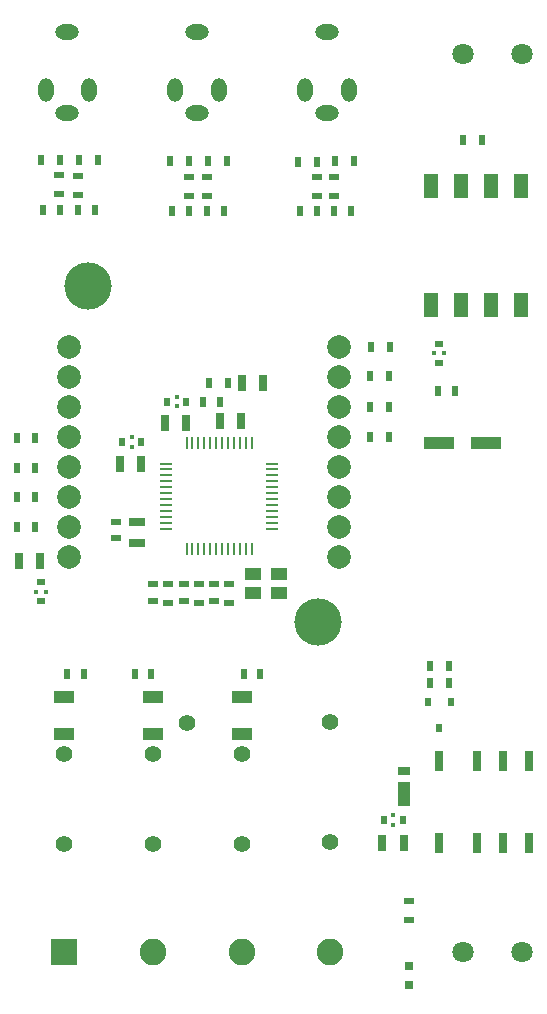
<source format=gts>
G04*
G04 #@! TF.GenerationSoftware,Altium Limited,Altium Designer,19.0.14 (431)*
G04*
G04 Layer_Color=8388736*
%FSLAX25Y25*%
%MOIN*%
G70*
G01*
G75*
%ADD15R,0.07087X0.03937*%
%ADD16R,0.02362X0.03543*%
%ADD17R,0.02756X0.02362*%
%ADD18R,0.01575X0.01575*%
%ADD19R,0.03150X0.05512*%
%ADD20R,0.03543X0.02362*%
%ADD21R,0.05512X0.03150*%
%ADD22R,0.02362X0.02756*%
%ADD23R,0.01575X0.01575*%
%ADD24R,0.01000X0.04000*%
%ADD25R,0.04000X0.01000*%
%ADD26R,0.05512X0.03937*%
%ADD27R,0.04331X0.07874*%
%ADD28R,0.04331X0.03150*%
%ADD29R,0.02362X0.03150*%
%ADD30R,0.03150X0.07087*%
%ADD31R,0.10236X0.03937*%
%ADD32R,0.04724X0.07874*%
%ADD33R,0.03150X0.03150*%
%ADD34C,0.05512*%
%ADD35C,0.07874*%
%ADD36C,0.15748*%
%ADD37R,0.08858X0.08858*%
%ADD38C,0.08858*%
%ADD39C,0.07087*%
%ADD40O,0.05118X0.07874*%
%ADD41O,0.07874X0.05118*%
D15*
X81693Y92224D02*
D03*
Y104626D02*
D03*
X52165Y92224D02*
D03*
Y104626D02*
D03*
X22638Y92224D02*
D03*
Y104626D02*
D03*
D16*
X21062Y266928D02*
D03*
X27166Y266929D02*
D03*
X12992Y171220D02*
D03*
X6693D02*
D03*
X12992Y181102D02*
D03*
X6693D02*
D03*
X130708Y191338D02*
D03*
X124409D02*
D03*
X12992Y190945D02*
D03*
X6693D02*
D03*
X130708Y201378D02*
D03*
X124409D02*
D03*
X130708Y211614D02*
D03*
X124409D02*
D03*
X131102Y221260D02*
D03*
X124803D02*
D03*
X12992Y161220D02*
D03*
X6693D02*
D03*
X106693Y266732D02*
D03*
X101181D02*
D03*
X112599Y266732D02*
D03*
X118111D02*
D03*
X100394Y283071D02*
D03*
X106693D02*
D03*
X119015Y283267D02*
D03*
X112716D02*
D03*
X64131Y266732D02*
D03*
X58619D02*
D03*
X76729Y283267D02*
D03*
X70430D02*
D03*
X57833Y283268D02*
D03*
X64132D02*
D03*
X70191Y266733D02*
D03*
X75703D02*
D03*
X15551Y266928D02*
D03*
X32678Y266929D02*
D03*
X33766Y283662D02*
D03*
X27466D02*
D03*
X14763Y283661D02*
D03*
X21062D02*
D03*
X87880Y112205D02*
D03*
X82368D02*
D03*
X46108Y112205D02*
D03*
X51619D02*
D03*
X29033Y112205D02*
D03*
X23521D02*
D03*
X74409Y203102D02*
D03*
X68897D02*
D03*
X70997Y209469D02*
D03*
X77296D02*
D03*
X161810Y290354D02*
D03*
X155511D02*
D03*
X150787Y115158D02*
D03*
X144488D02*
D03*
X150787Y109252D02*
D03*
X144488D02*
D03*
X147244Y206693D02*
D03*
X152756D02*
D03*
D17*
X14763Y142903D02*
D03*
Y136554D02*
D03*
X147441Y216141D02*
D03*
Y222491D02*
D03*
D18*
X13189Y139753D02*
D03*
X16364D02*
D03*
X149016Y219291D02*
D03*
X145841D02*
D03*
D19*
X14567Y150000D02*
D03*
X7480D02*
D03*
X74410Y196851D02*
D03*
X81497D02*
D03*
X81725Y209449D02*
D03*
X88811D02*
D03*
X63189Y196046D02*
D03*
X56102D02*
D03*
X48228Y182481D02*
D03*
X41141D02*
D03*
X135678Y56102D02*
D03*
X128592D02*
D03*
D20*
X106693Y277952D02*
D03*
Y271653D02*
D03*
X112559Y277952D02*
D03*
Y271653D02*
D03*
X64131Y277952D02*
D03*
Y271653D02*
D03*
X70160Y277978D02*
D03*
Y271679D02*
D03*
X20867Y278543D02*
D03*
Y272244D02*
D03*
X27166Y278346D02*
D03*
Y272047D02*
D03*
X77618Y142221D02*
D03*
Y135922D02*
D03*
X72547Y142221D02*
D03*
Y136709D02*
D03*
X62405Y142221D02*
D03*
Y136709D02*
D03*
X67476Y142221D02*
D03*
Y135922D02*
D03*
X52263Y142221D02*
D03*
Y136709D02*
D03*
X57335Y142221D02*
D03*
Y135922D02*
D03*
X39961Y163120D02*
D03*
Y157609D02*
D03*
X137401Y30315D02*
D03*
Y36615D02*
D03*
D21*
X46851Y162992D02*
D03*
Y155905D02*
D03*
D22*
X63189Y203148D02*
D03*
X56839D02*
D03*
X48229Y189764D02*
D03*
X41879D02*
D03*
X129159Y63779D02*
D03*
X135509D02*
D03*
D23*
X60039Y204722D02*
D03*
Y201548D02*
D03*
X45079Y191339D02*
D03*
Y188164D02*
D03*
X132309Y62204D02*
D03*
Y65379D02*
D03*
D24*
X63344Y189413D02*
D03*
X65312D02*
D03*
X67281D02*
D03*
X71218D02*
D03*
X69249D02*
D03*
X73186Y189413D02*
D03*
X77171D02*
D03*
X75171Y189413D02*
D03*
X81071D02*
D03*
X83071Y189413D02*
D03*
X85071Y189413D02*
D03*
X79171D02*
D03*
X65312Y153896D02*
D03*
X63344D02*
D03*
X67281D02*
D03*
X71218D02*
D03*
X69249D02*
D03*
X73186D02*
D03*
X77171D02*
D03*
X75171D02*
D03*
X79171D02*
D03*
X83071D02*
D03*
X81071D02*
D03*
X85071D02*
D03*
D25*
X56454Y178586D02*
D03*
Y182523D02*
D03*
Y180555D02*
D03*
Y174649D02*
D03*
X56454Y172681D02*
D03*
X56454Y176618D02*
D03*
X91971Y182523D02*
D03*
Y180555D02*
D03*
Y174649D02*
D03*
Y178586D02*
D03*
Y176618D02*
D03*
X56454Y168696D02*
D03*
X56454Y170696D02*
D03*
Y166697D02*
D03*
Y164796D02*
D03*
X56454Y162796D02*
D03*
X56454Y160796D02*
D03*
X91971Y168696D02*
D03*
Y172681D02*
D03*
Y170696D02*
D03*
Y162796D02*
D03*
Y160797D02*
D03*
Y166697D02*
D03*
Y164796D02*
D03*
D26*
X85629Y139366D02*
D03*
Y145665D02*
D03*
X94290Y139366D02*
D03*
Y145665D02*
D03*
D27*
X135886Y72441D02*
D03*
D28*
Y79921D02*
D03*
D29*
X151378Y103032D02*
D03*
X143897D02*
D03*
X147638Y94489D02*
D03*
D30*
X160236Y83464D02*
D03*
X168897D02*
D03*
X177559D02*
D03*
Y55905D02*
D03*
X168897D02*
D03*
X147637Y83464D02*
D03*
X160236Y55905D02*
D03*
X147637D02*
D03*
D31*
X163228Y189370D02*
D03*
X147480D02*
D03*
D32*
X144842Y235237D02*
D03*
X154842D02*
D03*
X164842D02*
D03*
X174842D02*
D03*
X144842Y275001D02*
D03*
X154842D02*
D03*
X164842D02*
D03*
X174842D02*
D03*
D33*
X137401Y8662D02*
D03*
Y14961D02*
D03*
D34*
X111221Y56378D02*
D03*
Y96378D02*
D03*
X63385Y95984D02*
D03*
X81693Y55866D02*
D03*
Y85866D02*
D03*
X52165Y55866D02*
D03*
Y85866D02*
D03*
X22638Y55866D02*
D03*
Y85866D02*
D03*
D35*
X24291Y151220D02*
D03*
Y161220D02*
D03*
Y171220D02*
D03*
Y181220D02*
D03*
Y191220D02*
D03*
Y201220D02*
D03*
Y211220D02*
D03*
Y221220D02*
D03*
X114291Y201220D02*
D03*
Y191220D02*
D03*
Y221220D02*
D03*
Y211220D02*
D03*
Y181220D02*
D03*
Y171220D02*
D03*
Y161220D02*
D03*
Y151220D02*
D03*
D36*
X30512Y241830D02*
D03*
X107086Y129625D02*
D03*
D37*
X22638Y19686D02*
D03*
D38*
X52165D02*
D03*
X81693D02*
D03*
X111220D02*
D03*
D39*
X155512Y318898D02*
D03*
X175197D02*
D03*
X155512Y19685D02*
D03*
X175197D02*
D03*
D40*
X30906Y307087D02*
D03*
X16339D02*
D03*
X74213D02*
D03*
X59646D02*
D03*
X117520Y307087D02*
D03*
X102953D02*
D03*
D41*
X23622Y299213D02*
D03*
Y326378D02*
D03*
X66929Y299213D02*
D03*
Y326378D02*
D03*
X110236Y299213D02*
D03*
Y326378D02*
D03*
M02*

</source>
